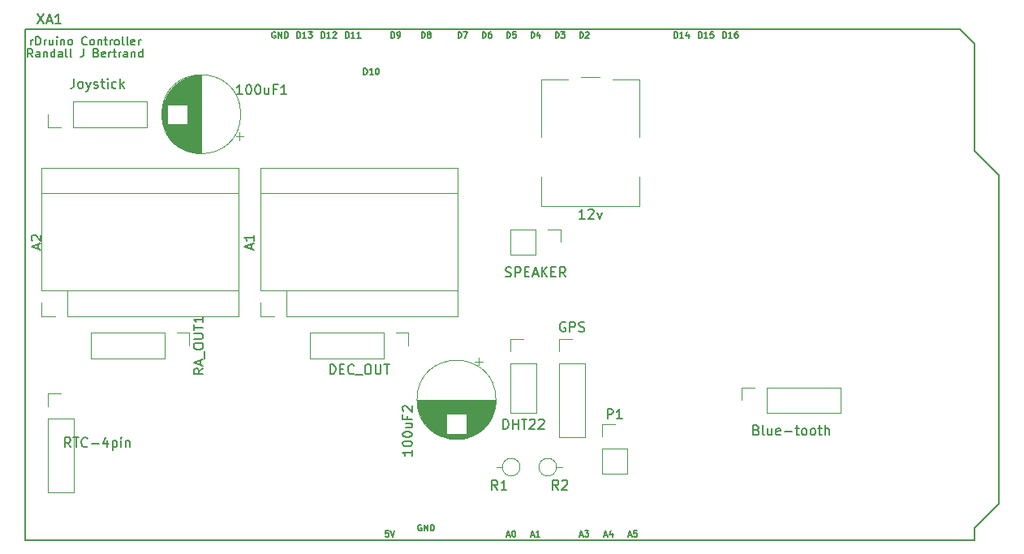
<source format=gbr>
%TF.GenerationSoftware,KiCad,Pcbnew,(5.1.8)-1*%
%TF.CreationDate,2020-12-31T21:19:08-05:00*%
%TF.ProjectId,rDuino,72447569-6e6f-42e6-9b69-6361645f7063,rev?*%
%TF.SameCoordinates,Original*%
%TF.FileFunction,Legend,Top*%
%TF.FilePolarity,Positive*%
%FSLAX46Y46*%
G04 Gerber Fmt 4.6, Leading zero omitted, Abs format (unit mm)*
G04 Created by KiCad (PCBNEW (5.1.8)-1) date 2020-12-31 21:19:08*
%MOMM*%
%LPD*%
G01*
G04 APERTURE LIST*
%ADD10C,0.158750*%
%ADD11C,0.152400*%
%ADD12C,0.150000*%
%ADD13C,0.120000*%
G04 APERTURE END LIST*
D10*
X89124971Y-76590676D02*
X88837104Y-76179438D01*
X88631485Y-76590676D02*
X88631485Y-75727076D01*
X88960476Y-75727076D01*
X89042723Y-75768200D01*
X89083847Y-75809323D01*
X89124971Y-75891571D01*
X89124971Y-76014942D01*
X89083847Y-76097190D01*
X89042723Y-76138314D01*
X88960476Y-76179438D01*
X88631485Y-76179438D01*
X89865200Y-76590676D02*
X89865200Y-76138314D01*
X89824076Y-76056066D01*
X89741828Y-76014942D01*
X89577333Y-76014942D01*
X89495085Y-76056066D01*
X89865200Y-76549552D02*
X89782952Y-76590676D01*
X89577333Y-76590676D01*
X89495085Y-76549552D01*
X89453961Y-76467304D01*
X89453961Y-76385057D01*
X89495085Y-76302809D01*
X89577333Y-76261685D01*
X89782952Y-76261685D01*
X89865200Y-76220561D01*
X90276438Y-76014942D02*
X90276438Y-76590676D01*
X90276438Y-76097190D02*
X90317561Y-76056066D01*
X90399809Y-76014942D01*
X90523180Y-76014942D01*
X90605428Y-76056066D01*
X90646552Y-76138314D01*
X90646552Y-76590676D01*
X91427904Y-76590676D02*
X91427904Y-75727076D01*
X91427904Y-76549552D02*
X91345657Y-76590676D01*
X91181161Y-76590676D01*
X91098914Y-76549552D01*
X91057790Y-76508428D01*
X91016666Y-76426180D01*
X91016666Y-76179438D01*
X91057790Y-76097190D01*
X91098914Y-76056066D01*
X91181161Y-76014942D01*
X91345657Y-76014942D01*
X91427904Y-76056066D01*
X92209257Y-76590676D02*
X92209257Y-76138314D01*
X92168133Y-76056066D01*
X92085885Y-76014942D01*
X91921390Y-76014942D01*
X91839142Y-76056066D01*
X92209257Y-76549552D02*
X92127009Y-76590676D01*
X91921390Y-76590676D01*
X91839142Y-76549552D01*
X91798019Y-76467304D01*
X91798019Y-76385057D01*
X91839142Y-76302809D01*
X91921390Y-76261685D01*
X92127009Y-76261685D01*
X92209257Y-76220561D01*
X92743866Y-76590676D02*
X92661619Y-76549552D01*
X92620495Y-76467304D01*
X92620495Y-75727076D01*
X93196228Y-76590676D02*
X93113980Y-76549552D01*
X93072857Y-76467304D01*
X93072857Y-75727076D01*
X94429942Y-75727076D02*
X94429942Y-76343933D01*
X94388819Y-76467304D01*
X94306571Y-76549552D01*
X94183200Y-76590676D01*
X94100952Y-76590676D01*
X95787028Y-76138314D02*
X95910400Y-76179438D01*
X95951523Y-76220561D01*
X95992647Y-76302809D01*
X95992647Y-76426180D01*
X95951523Y-76508428D01*
X95910400Y-76549552D01*
X95828152Y-76590676D01*
X95499161Y-76590676D01*
X95499161Y-75727076D01*
X95787028Y-75727076D01*
X95869276Y-75768200D01*
X95910400Y-75809323D01*
X95951523Y-75891571D01*
X95951523Y-75973819D01*
X95910400Y-76056066D01*
X95869276Y-76097190D01*
X95787028Y-76138314D01*
X95499161Y-76138314D01*
X96691752Y-76549552D02*
X96609504Y-76590676D01*
X96445009Y-76590676D01*
X96362761Y-76549552D01*
X96321638Y-76467304D01*
X96321638Y-76138314D01*
X96362761Y-76056066D01*
X96445009Y-76014942D01*
X96609504Y-76014942D01*
X96691752Y-76056066D01*
X96732876Y-76138314D01*
X96732876Y-76220561D01*
X96321638Y-76302809D01*
X97102990Y-76590676D02*
X97102990Y-76014942D01*
X97102990Y-76179438D02*
X97144114Y-76097190D01*
X97185238Y-76056066D01*
X97267485Y-76014942D01*
X97349733Y-76014942D01*
X97514228Y-76014942D02*
X97843219Y-76014942D01*
X97637600Y-75727076D02*
X97637600Y-76467304D01*
X97678723Y-76549552D01*
X97760971Y-76590676D01*
X97843219Y-76590676D01*
X98131085Y-76590676D02*
X98131085Y-76014942D01*
X98131085Y-76179438D02*
X98172209Y-76097190D01*
X98213333Y-76056066D01*
X98295580Y-76014942D01*
X98377828Y-76014942D01*
X99035809Y-76590676D02*
X99035809Y-76138314D01*
X98994685Y-76056066D01*
X98912438Y-76014942D01*
X98747942Y-76014942D01*
X98665695Y-76056066D01*
X99035809Y-76549552D02*
X98953561Y-76590676D01*
X98747942Y-76590676D01*
X98665695Y-76549552D01*
X98624571Y-76467304D01*
X98624571Y-76385057D01*
X98665695Y-76302809D01*
X98747942Y-76261685D01*
X98953561Y-76261685D01*
X99035809Y-76220561D01*
X99447047Y-76014942D02*
X99447047Y-76590676D01*
X99447047Y-76097190D02*
X99488171Y-76056066D01*
X99570419Y-76014942D01*
X99693790Y-76014942D01*
X99776038Y-76056066D01*
X99817161Y-76138314D01*
X99817161Y-76590676D01*
X100598514Y-76590676D02*
X100598514Y-75727076D01*
X100598514Y-76549552D02*
X100516266Y-76590676D01*
X100351771Y-76590676D01*
X100269523Y-76549552D01*
X100228400Y-76508428D01*
X100187276Y-76426180D01*
X100187276Y-76179438D01*
X100228400Y-76097190D01*
X100269523Y-76056066D01*
X100351771Y-76014942D01*
X100516266Y-76014942D01*
X100598514Y-76056066D01*
D11*
X88939914Y-75320676D02*
X88939914Y-74744942D01*
X88939914Y-74909438D02*
X88981038Y-74827190D01*
X89022161Y-74786066D01*
X89104409Y-74744942D01*
X89186657Y-74744942D01*
X89474523Y-75320676D02*
X89474523Y-74457076D01*
X89680142Y-74457076D01*
X89803514Y-74498200D01*
X89885761Y-74580447D01*
X89926885Y-74662695D01*
X89968009Y-74827190D01*
X89968009Y-74950561D01*
X89926885Y-75115057D01*
X89885761Y-75197304D01*
X89803514Y-75279552D01*
X89680142Y-75320676D01*
X89474523Y-75320676D01*
X90338123Y-75320676D02*
X90338123Y-74744942D01*
X90338123Y-74909438D02*
X90379247Y-74827190D01*
X90420371Y-74786066D01*
X90502619Y-74744942D01*
X90584866Y-74744942D01*
X91242847Y-74744942D02*
X91242847Y-75320676D01*
X90872733Y-74744942D02*
X90872733Y-75197304D01*
X90913857Y-75279552D01*
X90996104Y-75320676D01*
X91119476Y-75320676D01*
X91201723Y-75279552D01*
X91242847Y-75238428D01*
X91654085Y-75320676D02*
X91654085Y-74744942D01*
X91654085Y-74457076D02*
X91612961Y-74498200D01*
X91654085Y-74539323D01*
X91695209Y-74498200D01*
X91654085Y-74457076D01*
X91654085Y-74539323D01*
X92065323Y-74744942D02*
X92065323Y-75320676D01*
X92065323Y-74827190D02*
X92106447Y-74786066D01*
X92188695Y-74744942D01*
X92312066Y-74744942D01*
X92394314Y-74786066D01*
X92435438Y-74868314D01*
X92435438Y-75320676D01*
X92970047Y-75320676D02*
X92887800Y-75279552D01*
X92846676Y-75238428D01*
X92805552Y-75156180D01*
X92805552Y-74909438D01*
X92846676Y-74827190D01*
X92887800Y-74786066D01*
X92970047Y-74744942D01*
X93093419Y-74744942D01*
X93175666Y-74786066D01*
X93216790Y-74827190D01*
X93257914Y-74909438D01*
X93257914Y-75156180D01*
X93216790Y-75238428D01*
X93175666Y-75279552D01*
X93093419Y-75320676D01*
X92970047Y-75320676D01*
X94779495Y-75238428D02*
X94738371Y-75279552D01*
X94615000Y-75320676D01*
X94532752Y-75320676D01*
X94409380Y-75279552D01*
X94327133Y-75197304D01*
X94286009Y-75115057D01*
X94244885Y-74950561D01*
X94244885Y-74827190D01*
X94286009Y-74662695D01*
X94327133Y-74580447D01*
X94409380Y-74498200D01*
X94532752Y-74457076D01*
X94615000Y-74457076D01*
X94738371Y-74498200D01*
X94779495Y-74539323D01*
X95272980Y-75320676D02*
X95190733Y-75279552D01*
X95149609Y-75238428D01*
X95108485Y-75156180D01*
X95108485Y-74909438D01*
X95149609Y-74827190D01*
X95190733Y-74786066D01*
X95272980Y-74744942D01*
X95396352Y-74744942D01*
X95478600Y-74786066D01*
X95519723Y-74827190D01*
X95560847Y-74909438D01*
X95560847Y-75156180D01*
X95519723Y-75238428D01*
X95478600Y-75279552D01*
X95396352Y-75320676D01*
X95272980Y-75320676D01*
X95930961Y-74744942D02*
X95930961Y-75320676D01*
X95930961Y-74827190D02*
X95972085Y-74786066D01*
X96054333Y-74744942D01*
X96177704Y-74744942D01*
X96259952Y-74786066D01*
X96301076Y-74868314D01*
X96301076Y-75320676D01*
X96588942Y-74744942D02*
X96917933Y-74744942D01*
X96712314Y-74457076D02*
X96712314Y-75197304D01*
X96753438Y-75279552D01*
X96835685Y-75320676D01*
X96917933Y-75320676D01*
X97205800Y-75320676D02*
X97205800Y-74744942D01*
X97205800Y-74909438D02*
X97246923Y-74827190D01*
X97288047Y-74786066D01*
X97370295Y-74744942D01*
X97452542Y-74744942D01*
X97863780Y-75320676D02*
X97781533Y-75279552D01*
X97740409Y-75238428D01*
X97699285Y-75156180D01*
X97699285Y-74909438D01*
X97740409Y-74827190D01*
X97781533Y-74786066D01*
X97863780Y-74744942D01*
X97987152Y-74744942D01*
X98069400Y-74786066D01*
X98110523Y-74827190D01*
X98151647Y-74909438D01*
X98151647Y-75156180D01*
X98110523Y-75238428D01*
X98069400Y-75279552D01*
X97987152Y-75320676D01*
X97863780Y-75320676D01*
X98645133Y-75320676D02*
X98562885Y-75279552D01*
X98521761Y-75197304D01*
X98521761Y-74457076D01*
X99097495Y-75320676D02*
X99015247Y-75279552D01*
X98974123Y-75197304D01*
X98974123Y-74457076D01*
X99755476Y-75279552D02*
X99673228Y-75320676D01*
X99508733Y-75320676D01*
X99426485Y-75279552D01*
X99385361Y-75197304D01*
X99385361Y-74868314D01*
X99426485Y-74786066D01*
X99508733Y-74744942D01*
X99673228Y-74744942D01*
X99755476Y-74786066D01*
X99796600Y-74868314D01*
X99796600Y-74950561D01*
X99385361Y-75032809D01*
X100166714Y-75320676D02*
X100166714Y-74744942D01*
X100166714Y-74909438D02*
X100207838Y-74827190D01*
X100248961Y-74786066D01*
X100331209Y-74744942D01*
X100413457Y-74744942D01*
D10*
X161153928Y-74582261D02*
X161153928Y-73947261D01*
X161305119Y-73947261D01*
X161395833Y-73977500D01*
X161456309Y-74037976D01*
X161486547Y-74098452D01*
X161516785Y-74219404D01*
X161516785Y-74310119D01*
X161486547Y-74431071D01*
X161456309Y-74491547D01*
X161395833Y-74552023D01*
X161305119Y-74582261D01*
X161153928Y-74582261D01*
X162121547Y-74582261D02*
X161758690Y-74582261D01*
X161940119Y-74582261D02*
X161940119Y-73947261D01*
X161879642Y-74037976D01*
X161819166Y-74098452D01*
X161758690Y-74128690D01*
X162665833Y-73947261D02*
X162544880Y-73947261D01*
X162484404Y-73977500D01*
X162454166Y-74007738D01*
X162393690Y-74098452D01*
X162363452Y-74219404D01*
X162363452Y-74461309D01*
X162393690Y-74521785D01*
X162423928Y-74552023D01*
X162484404Y-74582261D01*
X162605357Y-74582261D01*
X162665833Y-74552023D01*
X162696071Y-74521785D01*
X162726309Y-74461309D01*
X162726309Y-74310119D01*
X162696071Y-74249642D01*
X162665833Y-74219404D01*
X162605357Y-74189166D01*
X162484404Y-74189166D01*
X162423928Y-74219404D01*
X162393690Y-74249642D01*
X162363452Y-74310119D01*
X158613928Y-74582261D02*
X158613928Y-73947261D01*
X158765119Y-73947261D01*
X158855833Y-73977500D01*
X158916309Y-74037976D01*
X158946547Y-74098452D01*
X158976785Y-74219404D01*
X158976785Y-74310119D01*
X158946547Y-74431071D01*
X158916309Y-74491547D01*
X158855833Y-74552023D01*
X158765119Y-74582261D01*
X158613928Y-74582261D01*
X159581547Y-74582261D02*
X159218690Y-74582261D01*
X159400119Y-74582261D02*
X159400119Y-73947261D01*
X159339642Y-74037976D01*
X159279166Y-74098452D01*
X159218690Y-74128690D01*
X160156071Y-73947261D02*
X159853690Y-73947261D01*
X159823452Y-74249642D01*
X159853690Y-74219404D01*
X159914166Y-74189166D01*
X160065357Y-74189166D01*
X160125833Y-74219404D01*
X160156071Y-74249642D01*
X160186309Y-74310119D01*
X160186309Y-74461309D01*
X160156071Y-74521785D01*
X160125833Y-74552023D01*
X160065357Y-74582261D01*
X159914166Y-74582261D01*
X159853690Y-74552023D01*
X159823452Y-74521785D01*
X156073928Y-74582261D02*
X156073928Y-73947261D01*
X156225119Y-73947261D01*
X156315833Y-73977500D01*
X156376309Y-74037976D01*
X156406547Y-74098452D01*
X156436785Y-74219404D01*
X156436785Y-74310119D01*
X156406547Y-74431071D01*
X156376309Y-74491547D01*
X156315833Y-74552023D01*
X156225119Y-74582261D01*
X156073928Y-74582261D01*
X157041547Y-74582261D02*
X156678690Y-74582261D01*
X156860119Y-74582261D02*
X156860119Y-73947261D01*
X156799642Y-74037976D01*
X156739166Y-74098452D01*
X156678690Y-74128690D01*
X157585833Y-74158928D02*
X157585833Y-74582261D01*
X157434642Y-73917023D02*
X157283452Y-74370595D01*
X157676547Y-74370595D01*
X146216309Y-74582261D02*
X146216309Y-73947261D01*
X146367500Y-73947261D01*
X146458214Y-73977500D01*
X146518690Y-74037976D01*
X146548928Y-74098452D01*
X146579166Y-74219404D01*
X146579166Y-74310119D01*
X146548928Y-74431071D01*
X146518690Y-74491547D01*
X146458214Y-74552023D01*
X146367500Y-74582261D01*
X146216309Y-74582261D01*
X146821071Y-74007738D02*
X146851309Y-73977500D01*
X146911785Y-73947261D01*
X147062976Y-73947261D01*
X147123452Y-73977500D01*
X147153690Y-74007738D01*
X147183928Y-74068214D01*
X147183928Y-74128690D01*
X147153690Y-74219404D01*
X146790833Y-74582261D01*
X147183928Y-74582261D01*
X143676309Y-74582261D02*
X143676309Y-73947261D01*
X143827500Y-73947261D01*
X143918214Y-73977500D01*
X143978690Y-74037976D01*
X144008928Y-74098452D01*
X144039166Y-74219404D01*
X144039166Y-74310119D01*
X144008928Y-74431071D01*
X143978690Y-74491547D01*
X143918214Y-74552023D01*
X143827500Y-74582261D01*
X143676309Y-74582261D01*
X144250833Y-73947261D02*
X144643928Y-73947261D01*
X144432261Y-74189166D01*
X144522976Y-74189166D01*
X144583452Y-74219404D01*
X144613690Y-74249642D01*
X144643928Y-74310119D01*
X144643928Y-74461309D01*
X144613690Y-74521785D01*
X144583452Y-74552023D01*
X144522976Y-74582261D01*
X144341547Y-74582261D01*
X144281071Y-74552023D01*
X144250833Y-74521785D01*
X141136309Y-74582261D02*
X141136309Y-73947261D01*
X141287500Y-73947261D01*
X141378214Y-73977500D01*
X141438690Y-74037976D01*
X141468928Y-74098452D01*
X141499166Y-74219404D01*
X141499166Y-74310119D01*
X141468928Y-74431071D01*
X141438690Y-74491547D01*
X141378214Y-74552023D01*
X141287500Y-74582261D01*
X141136309Y-74582261D01*
X142043452Y-74158928D02*
X142043452Y-74582261D01*
X141892261Y-73917023D02*
X141741071Y-74370595D01*
X142134166Y-74370595D01*
X138596309Y-74582261D02*
X138596309Y-73947261D01*
X138747500Y-73947261D01*
X138838214Y-73977500D01*
X138898690Y-74037976D01*
X138928928Y-74098452D01*
X138959166Y-74219404D01*
X138959166Y-74310119D01*
X138928928Y-74431071D01*
X138898690Y-74491547D01*
X138838214Y-74552023D01*
X138747500Y-74582261D01*
X138596309Y-74582261D01*
X139533690Y-73947261D02*
X139231309Y-73947261D01*
X139201071Y-74249642D01*
X139231309Y-74219404D01*
X139291785Y-74189166D01*
X139442976Y-74189166D01*
X139503452Y-74219404D01*
X139533690Y-74249642D01*
X139563928Y-74310119D01*
X139563928Y-74461309D01*
X139533690Y-74521785D01*
X139503452Y-74552023D01*
X139442976Y-74582261D01*
X139291785Y-74582261D01*
X139231309Y-74552023D01*
X139201071Y-74521785D01*
X136056309Y-74582261D02*
X136056309Y-73947261D01*
X136207500Y-73947261D01*
X136298214Y-73977500D01*
X136358690Y-74037976D01*
X136388928Y-74098452D01*
X136419166Y-74219404D01*
X136419166Y-74310119D01*
X136388928Y-74431071D01*
X136358690Y-74491547D01*
X136298214Y-74552023D01*
X136207500Y-74582261D01*
X136056309Y-74582261D01*
X136963452Y-73947261D02*
X136842500Y-73947261D01*
X136782023Y-73977500D01*
X136751785Y-74007738D01*
X136691309Y-74098452D01*
X136661071Y-74219404D01*
X136661071Y-74461309D01*
X136691309Y-74521785D01*
X136721547Y-74552023D01*
X136782023Y-74582261D01*
X136902976Y-74582261D01*
X136963452Y-74552023D01*
X136993690Y-74521785D01*
X137023928Y-74461309D01*
X137023928Y-74310119D01*
X136993690Y-74249642D01*
X136963452Y-74219404D01*
X136902976Y-74189166D01*
X136782023Y-74189166D01*
X136721547Y-74219404D01*
X136691309Y-74249642D01*
X136661071Y-74310119D01*
X133516309Y-74582261D02*
X133516309Y-73947261D01*
X133667500Y-73947261D01*
X133758214Y-73977500D01*
X133818690Y-74037976D01*
X133848928Y-74098452D01*
X133879166Y-74219404D01*
X133879166Y-74310119D01*
X133848928Y-74431071D01*
X133818690Y-74491547D01*
X133758214Y-74552023D01*
X133667500Y-74582261D01*
X133516309Y-74582261D01*
X134090833Y-73947261D02*
X134514166Y-73947261D01*
X134242023Y-74582261D01*
X129706309Y-74582261D02*
X129706309Y-73947261D01*
X129857500Y-73947261D01*
X129948214Y-73977500D01*
X130008690Y-74037976D01*
X130038928Y-74098452D01*
X130069166Y-74219404D01*
X130069166Y-74310119D01*
X130038928Y-74431071D01*
X130008690Y-74491547D01*
X129948214Y-74552023D01*
X129857500Y-74582261D01*
X129706309Y-74582261D01*
X130432023Y-74219404D02*
X130371547Y-74189166D01*
X130341309Y-74158928D01*
X130311071Y-74098452D01*
X130311071Y-74068214D01*
X130341309Y-74007738D01*
X130371547Y-73977500D01*
X130432023Y-73947261D01*
X130552976Y-73947261D01*
X130613452Y-73977500D01*
X130643690Y-74007738D01*
X130673928Y-74068214D01*
X130673928Y-74098452D01*
X130643690Y-74158928D01*
X130613452Y-74189166D01*
X130552976Y-74219404D01*
X130432023Y-74219404D01*
X130371547Y-74249642D01*
X130341309Y-74279880D01*
X130311071Y-74340357D01*
X130311071Y-74461309D01*
X130341309Y-74521785D01*
X130371547Y-74552023D01*
X130432023Y-74582261D01*
X130552976Y-74582261D01*
X130613452Y-74552023D01*
X130643690Y-74521785D01*
X130673928Y-74461309D01*
X130673928Y-74340357D01*
X130643690Y-74279880D01*
X130613452Y-74249642D01*
X130552976Y-74219404D01*
X126531309Y-74582261D02*
X126531309Y-73947261D01*
X126682500Y-73947261D01*
X126773214Y-73977500D01*
X126833690Y-74037976D01*
X126863928Y-74098452D01*
X126894166Y-74219404D01*
X126894166Y-74310119D01*
X126863928Y-74431071D01*
X126833690Y-74491547D01*
X126773214Y-74552023D01*
X126682500Y-74582261D01*
X126531309Y-74582261D01*
X127196547Y-74582261D02*
X127317500Y-74582261D01*
X127377976Y-74552023D01*
X127408214Y-74521785D01*
X127468690Y-74431071D01*
X127498928Y-74310119D01*
X127498928Y-74068214D01*
X127468690Y-74007738D01*
X127438452Y-73977500D01*
X127377976Y-73947261D01*
X127257023Y-73947261D01*
X127196547Y-73977500D01*
X127166309Y-74007738D01*
X127136071Y-74068214D01*
X127136071Y-74219404D01*
X127166309Y-74279880D01*
X127196547Y-74310119D01*
X127257023Y-74340357D01*
X127377976Y-74340357D01*
X127438452Y-74310119D01*
X127468690Y-74279880D01*
X127498928Y-74219404D01*
X123688928Y-78392261D02*
X123688928Y-77757261D01*
X123840119Y-77757261D01*
X123930833Y-77787500D01*
X123991309Y-77847976D01*
X124021547Y-77908452D01*
X124051785Y-78029404D01*
X124051785Y-78120119D01*
X124021547Y-78241071D01*
X123991309Y-78301547D01*
X123930833Y-78362023D01*
X123840119Y-78392261D01*
X123688928Y-78392261D01*
X124656547Y-78392261D02*
X124293690Y-78392261D01*
X124475119Y-78392261D02*
X124475119Y-77757261D01*
X124414642Y-77847976D01*
X124354166Y-77908452D01*
X124293690Y-77938690D01*
X125049642Y-77757261D02*
X125110119Y-77757261D01*
X125170595Y-77787500D01*
X125200833Y-77817738D01*
X125231071Y-77878214D01*
X125261309Y-77999166D01*
X125261309Y-78150357D01*
X125231071Y-78271309D01*
X125200833Y-78331785D01*
X125170595Y-78362023D01*
X125110119Y-78392261D01*
X125049642Y-78392261D01*
X124989166Y-78362023D01*
X124958928Y-78331785D01*
X124928690Y-78271309D01*
X124898452Y-78150357D01*
X124898452Y-77999166D01*
X124928690Y-77878214D01*
X124958928Y-77817738D01*
X124989166Y-77787500D01*
X125049642Y-77757261D01*
X121783928Y-74582261D02*
X121783928Y-73947261D01*
X121935119Y-73947261D01*
X122025833Y-73977500D01*
X122086309Y-74037976D01*
X122116547Y-74098452D01*
X122146785Y-74219404D01*
X122146785Y-74310119D01*
X122116547Y-74431071D01*
X122086309Y-74491547D01*
X122025833Y-74552023D01*
X121935119Y-74582261D01*
X121783928Y-74582261D01*
X122751547Y-74582261D02*
X122388690Y-74582261D01*
X122570119Y-74582261D02*
X122570119Y-73947261D01*
X122509642Y-74037976D01*
X122449166Y-74098452D01*
X122388690Y-74128690D01*
X123356309Y-74582261D02*
X122993452Y-74582261D01*
X123174880Y-74582261D02*
X123174880Y-73947261D01*
X123114404Y-74037976D01*
X123053928Y-74098452D01*
X122993452Y-74128690D01*
X119243928Y-74582261D02*
X119243928Y-73947261D01*
X119395119Y-73947261D01*
X119485833Y-73977500D01*
X119546309Y-74037976D01*
X119576547Y-74098452D01*
X119606785Y-74219404D01*
X119606785Y-74310119D01*
X119576547Y-74431071D01*
X119546309Y-74491547D01*
X119485833Y-74552023D01*
X119395119Y-74582261D01*
X119243928Y-74582261D01*
X120211547Y-74582261D02*
X119848690Y-74582261D01*
X120030119Y-74582261D02*
X120030119Y-73947261D01*
X119969642Y-74037976D01*
X119909166Y-74098452D01*
X119848690Y-74128690D01*
X120453452Y-74007738D02*
X120483690Y-73977500D01*
X120544166Y-73947261D01*
X120695357Y-73947261D01*
X120755833Y-73977500D01*
X120786071Y-74007738D01*
X120816309Y-74068214D01*
X120816309Y-74128690D01*
X120786071Y-74219404D01*
X120423214Y-74582261D01*
X120816309Y-74582261D01*
X116703928Y-74582261D02*
X116703928Y-73947261D01*
X116855119Y-73947261D01*
X116945833Y-73977500D01*
X117006309Y-74037976D01*
X117036547Y-74098452D01*
X117066785Y-74219404D01*
X117066785Y-74310119D01*
X117036547Y-74431071D01*
X117006309Y-74491547D01*
X116945833Y-74552023D01*
X116855119Y-74582261D01*
X116703928Y-74582261D01*
X117671547Y-74582261D02*
X117308690Y-74582261D01*
X117490119Y-74582261D02*
X117490119Y-73947261D01*
X117429642Y-74037976D01*
X117369166Y-74098452D01*
X117308690Y-74128690D01*
X117883214Y-73947261D02*
X118276309Y-73947261D01*
X118064642Y-74189166D01*
X118155357Y-74189166D01*
X118215833Y-74219404D01*
X118246071Y-74249642D01*
X118276309Y-74310119D01*
X118276309Y-74461309D01*
X118246071Y-74521785D01*
X118215833Y-74552023D01*
X118155357Y-74582261D01*
X117973928Y-74582261D01*
X117913452Y-74552023D01*
X117883214Y-74521785D01*
X114451190Y-73977500D02*
X114390714Y-73947261D01*
X114300000Y-73947261D01*
X114209285Y-73977500D01*
X114148809Y-74037976D01*
X114118571Y-74098452D01*
X114088333Y-74219404D01*
X114088333Y-74310119D01*
X114118571Y-74431071D01*
X114148809Y-74491547D01*
X114209285Y-74552023D01*
X114300000Y-74582261D01*
X114360476Y-74582261D01*
X114451190Y-74552023D01*
X114481428Y-74521785D01*
X114481428Y-74310119D01*
X114360476Y-74310119D01*
X114753571Y-74582261D02*
X114753571Y-73947261D01*
X115116428Y-74582261D01*
X115116428Y-73947261D01*
X115418809Y-74582261D02*
X115418809Y-73947261D01*
X115570000Y-73947261D01*
X115660714Y-73977500D01*
X115721190Y-74037976D01*
X115751428Y-74098452D01*
X115781666Y-74219404D01*
X115781666Y-74310119D01*
X115751428Y-74431071D01*
X115721190Y-74491547D01*
X115660714Y-74552023D01*
X115570000Y-74582261D01*
X115418809Y-74582261D01*
X151311428Y-126470833D02*
X151613809Y-126470833D01*
X151250952Y-126652261D02*
X151462619Y-126017261D01*
X151674285Y-126652261D01*
X152188333Y-126017261D02*
X151885952Y-126017261D01*
X151855714Y-126319642D01*
X151885952Y-126289404D01*
X151946428Y-126259166D01*
X152097619Y-126259166D01*
X152158095Y-126289404D01*
X152188333Y-126319642D01*
X152218571Y-126380119D01*
X152218571Y-126531309D01*
X152188333Y-126591785D01*
X152158095Y-126622023D01*
X152097619Y-126652261D01*
X151946428Y-126652261D01*
X151885952Y-126622023D01*
X151855714Y-126591785D01*
X148771428Y-126470833D02*
X149073809Y-126470833D01*
X148710952Y-126652261D02*
X148922619Y-126017261D01*
X149134285Y-126652261D01*
X149618095Y-126228928D02*
X149618095Y-126652261D01*
X149466904Y-125987023D02*
X149315714Y-126440595D01*
X149708809Y-126440595D01*
X146231428Y-126470833D02*
X146533809Y-126470833D01*
X146170952Y-126652261D02*
X146382619Y-126017261D01*
X146594285Y-126652261D01*
X146745476Y-126017261D02*
X147138571Y-126017261D01*
X146926904Y-126259166D01*
X147017619Y-126259166D01*
X147078095Y-126289404D01*
X147108333Y-126319642D01*
X147138571Y-126380119D01*
X147138571Y-126531309D01*
X147108333Y-126591785D01*
X147078095Y-126622023D01*
X147017619Y-126652261D01*
X146836190Y-126652261D01*
X146775714Y-126622023D01*
X146745476Y-126591785D01*
X141151428Y-126470833D02*
X141453809Y-126470833D01*
X141090952Y-126652261D02*
X141302619Y-126017261D01*
X141514285Y-126652261D01*
X142058571Y-126652261D02*
X141695714Y-126652261D01*
X141877142Y-126652261D02*
X141877142Y-126017261D01*
X141816666Y-126107976D01*
X141756190Y-126168452D01*
X141695714Y-126198690D01*
X138611428Y-126470833D02*
X138913809Y-126470833D01*
X138550952Y-126652261D02*
X138762619Y-126017261D01*
X138974285Y-126652261D01*
X139306904Y-126017261D02*
X139367380Y-126017261D01*
X139427857Y-126047500D01*
X139458095Y-126077738D01*
X139488333Y-126138214D01*
X139518571Y-126259166D01*
X139518571Y-126410357D01*
X139488333Y-126531309D01*
X139458095Y-126591785D01*
X139427857Y-126622023D01*
X139367380Y-126652261D01*
X139306904Y-126652261D01*
X139246428Y-126622023D01*
X139216190Y-126591785D01*
X139185952Y-126531309D01*
X139155714Y-126410357D01*
X139155714Y-126259166D01*
X139185952Y-126138214D01*
X139216190Y-126077738D01*
X139246428Y-126047500D01*
X139306904Y-126017261D01*
X126244047Y-126017261D02*
X125941666Y-126017261D01*
X125911428Y-126319642D01*
X125941666Y-126289404D01*
X126002142Y-126259166D01*
X126153333Y-126259166D01*
X126213809Y-126289404D01*
X126244047Y-126319642D01*
X126274285Y-126380119D01*
X126274285Y-126531309D01*
X126244047Y-126591785D01*
X126213809Y-126622023D01*
X126153333Y-126652261D01*
X126002142Y-126652261D01*
X125941666Y-126622023D01*
X125911428Y-126591785D01*
X126455714Y-126017261D02*
X126667380Y-126652261D01*
X126879047Y-126017261D01*
X129691190Y-125412500D02*
X129630714Y-125382261D01*
X129540000Y-125382261D01*
X129449285Y-125412500D01*
X129388809Y-125472976D01*
X129358571Y-125533452D01*
X129328333Y-125654404D01*
X129328333Y-125745119D01*
X129358571Y-125866071D01*
X129388809Y-125926547D01*
X129449285Y-125987023D01*
X129540000Y-126017261D01*
X129600476Y-126017261D01*
X129691190Y-125987023D01*
X129721428Y-125956785D01*
X129721428Y-125745119D01*
X129600476Y-125745119D01*
X129993571Y-126017261D02*
X129993571Y-125382261D01*
X130356428Y-126017261D01*
X130356428Y-125382261D01*
X130658809Y-126017261D02*
X130658809Y-125382261D01*
X130810000Y-125382261D01*
X130900714Y-125412500D01*
X130961190Y-125472976D01*
X130991428Y-125533452D01*
X131021666Y-125654404D01*
X131021666Y-125745119D01*
X130991428Y-125866071D01*
X130961190Y-125926547D01*
X130900714Y-125987023D01*
X130810000Y-126017261D01*
X130658809Y-126017261D01*
D12*
%TO.C,XA1*%
X88340001Y-73660000D02*
X88340001Y-127000000D01*
X187400001Y-86360000D02*
X187400001Y-75184000D01*
X189940001Y-88900000D02*
X187400001Y-86360000D01*
X189940001Y-123190000D02*
X189940001Y-88900000D01*
X187400001Y-125730000D02*
X189940001Y-123190000D01*
X187400001Y-127000000D02*
X187400001Y-125730000D01*
X185876001Y-73660000D02*
X187400001Y-75184000D01*
X88340001Y-127000000D02*
X187400001Y-127000000D01*
X88340001Y-73660000D02*
X185876001Y-73660000D01*
D13*
%TO.C,J1*%
X142210000Y-84960000D02*
X142210000Y-78900000D01*
X142210000Y-78900000D02*
X145020000Y-78900000D01*
X149620000Y-78900000D02*
X152430000Y-78900000D01*
X152430000Y-78900000D02*
X152430000Y-84960000D01*
X152430000Y-89060000D02*
X152430000Y-92120000D01*
X152430000Y-92120000D02*
X142210000Y-92120000D01*
X142210000Y-92120000D02*
X142210000Y-89060000D01*
X146320000Y-78710000D02*
X148320000Y-78710000D01*
%TO.C,A1*%
X112900000Y-90805000D02*
X133480000Y-90805000D01*
X115570000Y-100965000D02*
X133480000Y-100965000D01*
X112900000Y-102235000D02*
X112900000Y-103635000D01*
X112900000Y-103635000D02*
X114300000Y-103635000D01*
X112900000Y-100965000D02*
X115570000Y-100965000D01*
X115570000Y-100965000D02*
X115570000Y-103635000D01*
X115570000Y-103635000D02*
X133480000Y-103635000D01*
X133480000Y-103635000D02*
X133480000Y-88135000D01*
X133480000Y-88135000D02*
X112900000Y-88135000D01*
X112900000Y-88135000D02*
X112900000Y-100965000D01*
%TO.C,A2*%
X90040000Y-88135000D02*
X90040000Y-100965000D01*
X110620000Y-88135000D02*
X90040000Y-88135000D01*
X110620000Y-103635000D02*
X110620000Y-88135000D01*
X92710000Y-103635000D02*
X110620000Y-103635000D01*
X92710000Y-100965000D02*
X92710000Y-103635000D01*
X90040000Y-100965000D02*
X92710000Y-100965000D01*
X90040000Y-103635000D02*
X91440000Y-103635000D01*
X90040000Y-102235000D02*
X90040000Y-103635000D01*
X92710000Y-100965000D02*
X110620000Y-100965000D01*
X90040000Y-90805000D02*
X110620000Y-90805000D01*
%TO.C,P2*%
X144085000Y-105985000D02*
X145415000Y-105985000D01*
X144085000Y-107315000D02*
X144085000Y-105985000D01*
X144085000Y-108585000D02*
X146745000Y-108585000D01*
X146745000Y-108585000D02*
X146745000Y-116265000D01*
X144085000Y-108585000D02*
X144085000Y-116265000D01*
X144085000Y-116265000D02*
X146745000Y-116265000D01*
%TO.C,P3*%
X90745000Y-83880000D02*
X90745000Y-82550000D01*
X92075000Y-83880000D02*
X90745000Y-83880000D01*
X93345000Y-83880000D02*
X93345000Y-81220000D01*
X93345000Y-81220000D02*
X101025000Y-81220000D01*
X93345000Y-83880000D02*
X101025000Y-83880000D01*
X101025000Y-83880000D02*
X101025000Y-81220000D01*
%TO.C,P4*%
X90745000Y-121980000D02*
X93405000Y-121980000D01*
X90745000Y-114300000D02*
X90745000Y-121980000D01*
X93405000Y-114300000D02*
X93405000Y-121980000D01*
X90745000Y-114300000D02*
X93405000Y-114300000D01*
X90745000Y-113030000D02*
X90745000Y-111700000D01*
X90745000Y-111700000D02*
X92075000Y-111700000D01*
%TO.C,DEC_OUT1*%
X118050000Y-105350000D02*
X118050000Y-108010000D01*
X125730000Y-105350000D02*
X118050000Y-105350000D01*
X125730000Y-108010000D02*
X118050000Y-108010000D01*
X125730000Y-105350000D02*
X125730000Y-108010000D01*
X127000000Y-105350000D02*
X128330000Y-105350000D01*
X128330000Y-105350000D02*
X128330000Y-106680000D01*
%TO.C,P9*%
X144205000Y-94555000D02*
X144205000Y-95885000D01*
X142875000Y-94555000D02*
X144205000Y-94555000D01*
X141605000Y-94555000D02*
X141605000Y-97215000D01*
X141605000Y-97215000D02*
X139005000Y-97215000D01*
X141605000Y-94555000D02*
X139005000Y-94555000D01*
X139005000Y-94555000D02*
X139005000Y-97215000D01*
%TO.C,P5*%
X163135000Y-112395000D02*
X163135000Y-111065000D01*
X163135000Y-111065000D02*
X164465000Y-111065000D01*
X165735000Y-111065000D02*
X173415000Y-111065000D01*
X173415000Y-113725000D02*
X173415000Y-111065000D01*
X165735000Y-113725000D02*
X173415000Y-113725000D01*
X165735000Y-113725000D02*
X165735000Y-111065000D01*
%TO.C,R1*%
X138145000Y-119380000D02*
X137525000Y-119380000D01*
X139985000Y-119380000D02*
G75*
G03*
X139985000Y-119380000I-920000J0D01*
G01*
%TO.C,R2*%
X143795000Y-119380000D02*
G75*
G03*
X143795000Y-119380000I-920000J0D01*
G01*
X143795000Y-119380000D02*
X144415000Y-119380000D01*
%TO.C,P6*%
X139005000Y-113725000D02*
X141665000Y-113725000D01*
X139005000Y-108585000D02*
X139005000Y-113725000D01*
X141665000Y-108585000D02*
X141665000Y-113725000D01*
X139005000Y-108585000D02*
X141665000Y-108585000D01*
X139005000Y-107315000D02*
X139005000Y-105985000D01*
X139005000Y-105985000D02*
X140335000Y-105985000D01*
%TO.C,100uF1*%
X110729698Y-85265000D02*
X110729698Y-84465000D01*
X111129698Y-84865000D02*
X110329698Y-84865000D01*
X102639000Y-83083000D02*
X102639000Y-82017000D01*
X102679000Y-83318000D02*
X102679000Y-81782000D01*
X102719000Y-83498000D02*
X102719000Y-81602000D01*
X102759000Y-83648000D02*
X102759000Y-81452000D01*
X102799000Y-83779000D02*
X102799000Y-81321000D01*
X102839000Y-83896000D02*
X102839000Y-81204000D01*
X102879000Y-84003000D02*
X102879000Y-81097000D01*
X102919000Y-84102000D02*
X102919000Y-80998000D01*
X102959000Y-84195000D02*
X102959000Y-80905000D01*
X102999000Y-84281000D02*
X102999000Y-80819000D01*
X103039000Y-84363000D02*
X103039000Y-80737000D01*
X103079000Y-84440000D02*
X103079000Y-80660000D01*
X103119000Y-84514000D02*
X103119000Y-80586000D01*
X103159000Y-84584000D02*
X103159000Y-80516000D01*
X103199000Y-81510000D02*
X103199000Y-80448000D01*
X103199000Y-84652000D02*
X103199000Y-83590000D01*
X103239000Y-81510000D02*
X103239000Y-80384000D01*
X103239000Y-84716000D02*
X103239000Y-83590000D01*
X103279000Y-81510000D02*
X103279000Y-80322000D01*
X103279000Y-84778000D02*
X103279000Y-83590000D01*
X103319000Y-81510000D02*
X103319000Y-80263000D01*
X103319000Y-84837000D02*
X103319000Y-83590000D01*
X103359000Y-81510000D02*
X103359000Y-80205000D01*
X103359000Y-84895000D02*
X103359000Y-83590000D01*
X103399000Y-81510000D02*
X103399000Y-80150000D01*
X103399000Y-84950000D02*
X103399000Y-83590000D01*
X103439000Y-81510000D02*
X103439000Y-80096000D01*
X103439000Y-85004000D02*
X103439000Y-83590000D01*
X103479000Y-81510000D02*
X103479000Y-80045000D01*
X103479000Y-85055000D02*
X103479000Y-83590000D01*
X103519000Y-81510000D02*
X103519000Y-79994000D01*
X103519000Y-85106000D02*
X103519000Y-83590000D01*
X103559000Y-81510000D02*
X103559000Y-79946000D01*
X103559000Y-85154000D02*
X103559000Y-83590000D01*
X103599000Y-81510000D02*
X103599000Y-79899000D01*
X103599000Y-85201000D02*
X103599000Y-83590000D01*
X103639000Y-81510000D02*
X103639000Y-79853000D01*
X103639000Y-85247000D02*
X103639000Y-83590000D01*
X103679000Y-81510000D02*
X103679000Y-79809000D01*
X103679000Y-85291000D02*
X103679000Y-83590000D01*
X103719000Y-81510000D02*
X103719000Y-79766000D01*
X103719000Y-85334000D02*
X103719000Y-83590000D01*
X103759000Y-81510000D02*
X103759000Y-79724000D01*
X103759000Y-85376000D02*
X103759000Y-83590000D01*
X103799000Y-81510000D02*
X103799000Y-79683000D01*
X103799000Y-85417000D02*
X103799000Y-83590000D01*
X103839000Y-81510000D02*
X103839000Y-79643000D01*
X103839000Y-85457000D02*
X103839000Y-83590000D01*
X103879000Y-81510000D02*
X103879000Y-79605000D01*
X103879000Y-85495000D02*
X103879000Y-83590000D01*
X103919000Y-81510000D02*
X103919000Y-79567000D01*
X103919000Y-85533000D02*
X103919000Y-83590000D01*
X103959000Y-81510000D02*
X103959000Y-79531000D01*
X103959000Y-85569000D02*
X103959000Y-83590000D01*
X103999000Y-81510000D02*
X103999000Y-79495000D01*
X103999000Y-85605000D02*
X103999000Y-83590000D01*
X104039000Y-81510000D02*
X104039000Y-79460000D01*
X104039000Y-85640000D02*
X104039000Y-83590000D01*
X104079000Y-81510000D02*
X104079000Y-79426000D01*
X104079000Y-85674000D02*
X104079000Y-83590000D01*
X104119000Y-81510000D02*
X104119000Y-79394000D01*
X104119000Y-85706000D02*
X104119000Y-83590000D01*
X104159000Y-81510000D02*
X104159000Y-79361000D01*
X104159000Y-85739000D02*
X104159000Y-83590000D01*
X104199000Y-81510000D02*
X104199000Y-79330000D01*
X104199000Y-85770000D02*
X104199000Y-83590000D01*
X104239000Y-81510000D02*
X104239000Y-79300000D01*
X104239000Y-85800000D02*
X104239000Y-83590000D01*
X104279000Y-81510000D02*
X104279000Y-79270000D01*
X104279000Y-85830000D02*
X104279000Y-83590000D01*
X104319000Y-81510000D02*
X104319000Y-79241000D01*
X104319000Y-85859000D02*
X104319000Y-83590000D01*
X104359000Y-81510000D02*
X104359000Y-79212000D01*
X104359000Y-85888000D02*
X104359000Y-83590000D01*
X104399000Y-81510000D02*
X104399000Y-79185000D01*
X104399000Y-85915000D02*
X104399000Y-83590000D01*
X104439000Y-81510000D02*
X104439000Y-79158000D01*
X104439000Y-85942000D02*
X104439000Y-83590000D01*
X104479000Y-81510000D02*
X104479000Y-79132000D01*
X104479000Y-85968000D02*
X104479000Y-83590000D01*
X104519000Y-81510000D02*
X104519000Y-79106000D01*
X104519000Y-85994000D02*
X104519000Y-83590000D01*
X104559000Y-81510000D02*
X104559000Y-79081000D01*
X104559000Y-86019000D02*
X104559000Y-83590000D01*
X104599000Y-81510000D02*
X104599000Y-79057000D01*
X104599000Y-86043000D02*
X104599000Y-83590000D01*
X104639000Y-81510000D02*
X104639000Y-79033000D01*
X104639000Y-86067000D02*
X104639000Y-83590000D01*
X104679000Y-81510000D02*
X104679000Y-79010000D01*
X104679000Y-86090000D02*
X104679000Y-83590000D01*
X104719000Y-81510000D02*
X104719000Y-78988000D01*
X104719000Y-86112000D02*
X104719000Y-83590000D01*
X104759000Y-81510000D02*
X104759000Y-78966000D01*
X104759000Y-86134000D02*
X104759000Y-83590000D01*
X104799000Y-81510000D02*
X104799000Y-78944000D01*
X104799000Y-86156000D02*
X104799000Y-83590000D01*
X104839000Y-81510000D02*
X104839000Y-78923000D01*
X104839000Y-86177000D02*
X104839000Y-83590000D01*
X104879000Y-81510000D02*
X104879000Y-78903000D01*
X104879000Y-86197000D02*
X104879000Y-83590000D01*
X104919000Y-81510000D02*
X104919000Y-78884000D01*
X104919000Y-86216000D02*
X104919000Y-83590000D01*
X104959000Y-81510000D02*
X104959000Y-78864000D01*
X104959000Y-86236000D02*
X104959000Y-83590000D01*
X104999000Y-81510000D02*
X104999000Y-78846000D01*
X104999000Y-86254000D02*
X104999000Y-83590000D01*
X105039000Y-81510000D02*
X105039000Y-78828000D01*
X105039000Y-86272000D02*
X105039000Y-83590000D01*
X105079000Y-81510000D02*
X105079000Y-78810000D01*
X105079000Y-86290000D02*
X105079000Y-83590000D01*
X105119000Y-81510000D02*
X105119000Y-78793000D01*
X105119000Y-86307000D02*
X105119000Y-83590000D01*
X105159000Y-81510000D02*
X105159000Y-78776000D01*
X105159000Y-86324000D02*
X105159000Y-83590000D01*
X105199000Y-81510000D02*
X105199000Y-78760000D01*
X105199000Y-86340000D02*
X105199000Y-83590000D01*
X105239000Y-81510000D02*
X105239000Y-78745000D01*
X105239000Y-86355000D02*
X105239000Y-83590000D01*
X105279000Y-86371000D02*
X105279000Y-78729000D01*
X105319000Y-86385000D02*
X105319000Y-78715000D01*
X105359000Y-86400000D02*
X105359000Y-78700000D01*
X105399000Y-86413000D02*
X105399000Y-78687000D01*
X105439000Y-86427000D02*
X105439000Y-78673000D01*
X105479000Y-86439000D02*
X105479000Y-78661000D01*
X105519000Y-86452000D02*
X105519000Y-78648000D01*
X105559000Y-86464000D02*
X105559000Y-78636000D01*
X105599000Y-86475000D02*
X105599000Y-78625000D01*
X105639000Y-86486000D02*
X105639000Y-78614000D01*
X105679000Y-86497000D02*
X105679000Y-78603000D01*
X105719000Y-86507000D02*
X105719000Y-78593000D01*
X105759000Y-86517000D02*
X105759000Y-78583000D01*
X105799000Y-86526000D02*
X105799000Y-78574000D01*
X105839000Y-86535000D02*
X105839000Y-78565000D01*
X105879000Y-86544000D02*
X105879000Y-78556000D01*
X105919000Y-86552000D02*
X105919000Y-78548000D01*
X105959000Y-86560000D02*
X105959000Y-78540000D01*
X105999000Y-86567000D02*
X105999000Y-78533000D01*
X106040000Y-86574000D02*
X106040000Y-78526000D01*
X106080000Y-86580000D02*
X106080000Y-78520000D01*
X106120000Y-86587000D02*
X106120000Y-78513000D01*
X106160000Y-86592000D02*
X106160000Y-78508000D01*
X106200000Y-86598000D02*
X106200000Y-78502000D01*
X106240000Y-86602000D02*
X106240000Y-78498000D01*
X106280000Y-86607000D02*
X106280000Y-78493000D01*
X106320000Y-86611000D02*
X106320000Y-78489000D01*
X106360000Y-86615000D02*
X106360000Y-78485000D01*
X106400000Y-86618000D02*
X106400000Y-78482000D01*
X106440000Y-86621000D02*
X106440000Y-78479000D01*
X106480000Y-86624000D02*
X106480000Y-78476000D01*
X106520000Y-86626000D02*
X106520000Y-78474000D01*
X106560000Y-86627000D02*
X106560000Y-78473000D01*
X106600000Y-86629000D02*
X106600000Y-78471000D01*
X106640000Y-86630000D02*
X106640000Y-78470000D01*
X106680000Y-86630000D02*
X106680000Y-78470000D01*
X106720000Y-86630000D02*
X106720000Y-78470000D01*
X110840000Y-82550000D02*
G75*
G03*
X110840000Y-82550000I-4120000J0D01*
G01*
%TO.C,100uF2*%
X137470000Y-112355000D02*
G75*
G03*
X137470000Y-112355000I-4120000J0D01*
G01*
X137430000Y-112355000D02*
X129270000Y-112355000D01*
X137430000Y-112395000D02*
X129270000Y-112395000D01*
X137430000Y-112435000D02*
X129270000Y-112435000D01*
X137429000Y-112475000D02*
X129271000Y-112475000D01*
X137427000Y-112515000D02*
X129273000Y-112515000D01*
X137426000Y-112555000D02*
X129274000Y-112555000D01*
X137424000Y-112595000D02*
X129276000Y-112595000D01*
X137421000Y-112635000D02*
X129279000Y-112635000D01*
X137418000Y-112675000D02*
X129282000Y-112675000D01*
X137415000Y-112715000D02*
X129285000Y-112715000D01*
X137411000Y-112755000D02*
X129289000Y-112755000D01*
X137407000Y-112795000D02*
X129293000Y-112795000D01*
X137402000Y-112835000D02*
X129298000Y-112835000D01*
X137398000Y-112875000D02*
X129302000Y-112875000D01*
X137392000Y-112915000D02*
X129308000Y-112915000D01*
X137387000Y-112955000D02*
X129313000Y-112955000D01*
X137380000Y-112995000D02*
X129320000Y-112995000D01*
X137374000Y-113035000D02*
X129326000Y-113035000D01*
X137367000Y-113076000D02*
X129333000Y-113076000D01*
X137360000Y-113116000D02*
X129340000Y-113116000D01*
X137352000Y-113156000D02*
X129348000Y-113156000D01*
X137344000Y-113196000D02*
X129356000Y-113196000D01*
X137335000Y-113236000D02*
X129365000Y-113236000D01*
X137326000Y-113276000D02*
X129374000Y-113276000D01*
X137317000Y-113316000D02*
X129383000Y-113316000D01*
X137307000Y-113356000D02*
X129393000Y-113356000D01*
X137297000Y-113396000D02*
X129403000Y-113396000D01*
X137286000Y-113436000D02*
X129414000Y-113436000D01*
X137275000Y-113476000D02*
X129425000Y-113476000D01*
X137264000Y-113516000D02*
X129436000Y-113516000D01*
X137252000Y-113556000D02*
X129448000Y-113556000D01*
X137239000Y-113596000D02*
X129461000Y-113596000D01*
X137227000Y-113636000D02*
X129473000Y-113636000D01*
X137213000Y-113676000D02*
X129487000Y-113676000D01*
X137200000Y-113716000D02*
X129500000Y-113716000D01*
X137185000Y-113756000D02*
X129515000Y-113756000D01*
X137171000Y-113796000D02*
X129529000Y-113796000D01*
X137155000Y-113836000D02*
X134390000Y-113836000D01*
X132310000Y-113836000D02*
X129545000Y-113836000D01*
X137140000Y-113876000D02*
X134390000Y-113876000D01*
X132310000Y-113876000D02*
X129560000Y-113876000D01*
X137124000Y-113916000D02*
X134390000Y-113916000D01*
X132310000Y-113916000D02*
X129576000Y-113916000D01*
X137107000Y-113956000D02*
X134390000Y-113956000D01*
X132310000Y-113956000D02*
X129593000Y-113956000D01*
X137090000Y-113996000D02*
X134390000Y-113996000D01*
X132310000Y-113996000D02*
X129610000Y-113996000D01*
X137072000Y-114036000D02*
X134390000Y-114036000D01*
X132310000Y-114036000D02*
X129628000Y-114036000D01*
X137054000Y-114076000D02*
X134390000Y-114076000D01*
X132310000Y-114076000D02*
X129646000Y-114076000D01*
X137036000Y-114116000D02*
X134390000Y-114116000D01*
X132310000Y-114116000D02*
X129664000Y-114116000D01*
X137016000Y-114156000D02*
X134390000Y-114156000D01*
X132310000Y-114156000D02*
X129684000Y-114156000D01*
X136997000Y-114196000D02*
X134390000Y-114196000D01*
X132310000Y-114196000D02*
X129703000Y-114196000D01*
X136977000Y-114236000D02*
X134390000Y-114236000D01*
X132310000Y-114236000D02*
X129723000Y-114236000D01*
X136956000Y-114276000D02*
X134390000Y-114276000D01*
X132310000Y-114276000D02*
X129744000Y-114276000D01*
X136934000Y-114316000D02*
X134390000Y-114316000D01*
X132310000Y-114316000D02*
X129766000Y-114316000D01*
X136912000Y-114356000D02*
X134390000Y-114356000D01*
X132310000Y-114356000D02*
X129788000Y-114356000D01*
X136890000Y-114396000D02*
X134390000Y-114396000D01*
X132310000Y-114396000D02*
X129810000Y-114396000D01*
X136867000Y-114436000D02*
X134390000Y-114436000D01*
X132310000Y-114436000D02*
X129833000Y-114436000D01*
X136843000Y-114476000D02*
X134390000Y-114476000D01*
X132310000Y-114476000D02*
X129857000Y-114476000D01*
X136819000Y-114516000D02*
X134390000Y-114516000D01*
X132310000Y-114516000D02*
X129881000Y-114516000D01*
X136794000Y-114556000D02*
X134390000Y-114556000D01*
X132310000Y-114556000D02*
X129906000Y-114556000D01*
X136768000Y-114596000D02*
X134390000Y-114596000D01*
X132310000Y-114596000D02*
X129932000Y-114596000D01*
X136742000Y-114636000D02*
X134390000Y-114636000D01*
X132310000Y-114636000D02*
X129958000Y-114636000D01*
X136715000Y-114676000D02*
X134390000Y-114676000D01*
X132310000Y-114676000D02*
X129985000Y-114676000D01*
X136688000Y-114716000D02*
X134390000Y-114716000D01*
X132310000Y-114716000D02*
X130012000Y-114716000D01*
X136659000Y-114756000D02*
X134390000Y-114756000D01*
X132310000Y-114756000D02*
X130041000Y-114756000D01*
X136630000Y-114796000D02*
X134390000Y-114796000D01*
X132310000Y-114796000D02*
X130070000Y-114796000D01*
X136600000Y-114836000D02*
X134390000Y-114836000D01*
X132310000Y-114836000D02*
X130100000Y-114836000D01*
X136570000Y-114876000D02*
X134390000Y-114876000D01*
X132310000Y-114876000D02*
X130130000Y-114876000D01*
X136539000Y-114916000D02*
X134390000Y-114916000D01*
X132310000Y-114916000D02*
X130161000Y-114916000D01*
X136506000Y-114956000D02*
X134390000Y-114956000D01*
X132310000Y-114956000D02*
X130194000Y-114956000D01*
X136474000Y-114996000D02*
X134390000Y-114996000D01*
X132310000Y-114996000D02*
X130226000Y-114996000D01*
X136440000Y-115036000D02*
X134390000Y-115036000D01*
X132310000Y-115036000D02*
X130260000Y-115036000D01*
X136405000Y-115076000D02*
X134390000Y-115076000D01*
X132310000Y-115076000D02*
X130295000Y-115076000D01*
X136369000Y-115116000D02*
X134390000Y-115116000D01*
X132310000Y-115116000D02*
X130331000Y-115116000D01*
X136333000Y-115156000D02*
X134390000Y-115156000D01*
X132310000Y-115156000D02*
X130367000Y-115156000D01*
X136295000Y-115196000D02*
X134390000Y-115196000D01*
X132310000Y-115196000D02*
X130405000Y-115196000D01*
X136257000Y-115236000D02*
X134390000Y-115236000D01*
X132310000Y-115236000D02*
X130443000Y-115236000D01*
X136217000Y-115276000D02*
X134390000Y-115276000D01*
X132310000Y-115276000D02*
X130483000Y-115276000D01*
X136176000Y-115316000D02*
X134390000Y-115316000D01*
X132310000Y-115316000D02*
X130524000Y-115316000D01*
X136134000Y-115356000D02*
X134390000Y-115356000D01*
X132310000Y-115356000D02*
X130566000Y-115356000D01*
X136091000Y-115396000D02*
X134390000Y-115396000D01*
X132310000Y-115396000D02*
X130609000Y-115396000D01*
X136047000Y-115436000D02*
X134390000Y-115436000D01*
X132310000Y-115436000D02*
X130653000Y-115436000D01*
X136001000Y-115476000D02*
X134390000Y-115476000D01*
X132310000Y-115476000D02*
X130699000Y-115476000D01*
X135954000Y-115516000D02*
X134390000Y-115516000D01*
X132310000Y-115516000D02*
X130746000Y-115516000D01*
X135906000Y-115556000D02*
X134390000Y-115556000D01*
X132310000Y-115556000D02*
X130794000Y-115556000D01*
X135855000Y-115596000D02*
X134390000Y-115596000D01*
X132310000Y-115596000D02*
X130845000Y-115596000D01*
X135804000Y-115636000D02*
X134390000Y-115636000D01*
X132310000Y-115636000D02*
X130896000Y-115636000D01*
X135750000Y-115676000D02*
X134390000Y-115676000D01*
X132310000Y-115676000D02*
X130950000Y-115676000D01*
X135695000Y-115716000D02*
X134390000Y-115716000D01*
X132310000Y-115716000D02*
X131005000Y-115716000D01*
X135637000Y-115756000D02*
X134390000Y-115756000D01*
X132310000Y-115756000D02*
X131063000Y-115756000D01*
X135578000Y-115796000D02*
X134390000Y-115796000D01*
X132310000Y-115796000D02*
X131122000Y-115796000D01*
X135516000Y-115836000D02*
X134390000Y-115836000D01*
X132310000Y-115836000D02*
X131184000Y-115836000D01*
X135452000Y-115876000D02*
X134390000Y-115876000D01*
X132310000Y-115876000D02*
X131248000Y-115876000D01*
X135384000Y-115916000D02*
X131316000Y-115916000D01*
X135314000Y-115956000D02*
X131386000Y-115956000D01*
X135240000Y-115996000D02*
X131460000Y-115996000D01*
X135163000Y-116036000D02*
X131537000Y-116036000D01*
X135081000Y-116076000D02*
X131619000Y-116076000D01*
X134995000Y-116116000D02*
X131705000Y-116116000D01*
X134902000Y-116156000D02*
X131798000Y-116156000D01*
X134803000Y-116196000D02*
X131897000Y-116196000D01*
X134696000Y-116236000D02*
X132004000Y-116236000D01*
X134579000Y-116276000D02*
X132121000Y-116276000D01*
X134448000Y-116316000D02*
X132252000Y-116316000D01*
X134298000Y-116356000D02*
X132402000Y-116356000D01*
X134118000Y-116396000D02*
X132582000Y-116396000D01*
X133883000Y-116436000D02*
X132817000Y-116436000D01*
X135665000Y-107945302D02*
X135665000Y-108745302D01*
X136065000Y-108345302D02*
X135265000Y-108345302D01*
%TO.C,P1*%
X148530000Y-114875000D02*
X149860000Y-114875000D01*
X148530000Y-116205000D02*
X148530000Y-114875000D01*
X148530000Y-117475000D02*
X151190000Y-117475000D01*
X151190000Y-117475000D02*
X151190000Y-120075000D01*
X148530000Y-117475000D02*
X148530000Y-120075000D01*
X148530000Y-120075000D02*
X151190000Y-120075000D01*
%TO.C,RA_OUT1*%
X105470000Y-105350000D02*
X105470000Y-106680000D01*
X104140000Y-105350000D02*
X105470000Y-105350000D01*
X102870000Y-105350000D02*
X102870000Y-108010000D01*
X102870000Y-108010000D02*
X95190000Y-108010000D01*
X102870000Y-105350000D02*
X95190000Y-105350000D01*
X95190000Y-105350000D02*
X95190000Y-108010000D01*
%TO.C,XA1*%
D12*
X89641905Y-72096380D02*
X90308572Y-73096380D01*
X90308572Y-72096380D02*
X89641905Y-73096380D01*
X90641905Y-72810666D02*
X91118096Y-72810666D01*
X90546667Y-73096380D02*
X90880001Y-72096380D01*
X91213334Y-73096380D01*
X92070477Y-73096380D02*
X91499048Y-73096380D01*
X91784762Y-73096380D02*
X91784762Y-72096380D01*
X91689524Y-72239238D01*
X91594286Y-72334476D01*
X91499048Y-72382095D01*
%TO.C,J1*%
X146748571Y-93462380D02*
X146177142Y-93462380D01*
X146462857Y-93462380D02*
X146462857Y-92462380D01*
X146367619Y-92605238D01*
X146272380Y-92700476D01*
X146177142Y-92748095D01*
X147129523Y-92557619D02*
X147177142Y-92510000D01*
X147272380Y-92462380D01*
X147510476Y-92462380D01*
X147605714Y-92510000D01*
X147653333Y-92557619D01*
X147700952Y-92652857D01*
X147700952Y-92748095D01*
X147653333Y-92890952D01*
X147081904Y-93462380D01*
X147700952Y-93462380D01*
X148034285Y-92795714D02*
X148272380Y-93462380D01*
X148510476Y-92795714D01*
%TO.C,A1*%
X111926666Y-96599285D02*
X111926666Y-96123095D01*
X112212380Y-96694523D02*
X111212380Y-96361190D01*
X112212380Y-96027857D01*
X112212380Y-95170714D02*
X112212380Y-95742142D01*
X112212380Y-95456428D02*
X111212380Y-95456428D01*
X111355238Y-95551666D01*
X111450476Y-95646904D01*
X111498095Y-95742142D01*
%TO.C,A2*%
X89701666Y-96599285D02*
X89701666Y-96123095D01*
X89987380Y-96694523D02*
X88987380Y-96361190D01*
X89987380Y-96027857D01*
X89082619Y-95742142D02*
X89035000Y-95694523D01*
X88987380Y-95599285D01*
X88987380Y-95361190D01*
X89035000Y-95265952D01*
X89082619Y-95218333D01*
X89177857Y-95170714D01*
X89273095Y-95170714D01*
X89415952Y-95218333D01*
X89987380Y-95789761D01*
X89987380Y-95170714D01*
%TO.C,P2*%
X144700714Y-104275000D02*
X144605476Y-104227380D01*
X144462619Y-104227380D01*
X144319761Y-104275000D01*
X144224523Y-104370238D01*
X144176904Y-104465476D01*
X144129285Y-104655952D01*
X144129285Y-104798809D01*
X144176904Y-104989285D01*
X144224523Y-105084523D01*
X144319761Y-105179761D01*
X144462619Y-105227380D01*
X144557857Y-105227380D01*
X144700714Y-105179761D01*
X144748333Y-105132142D01*
X144748333Y-104798809D01*
X144557857Y-104798809D01*
X145176904Y-105227380D02*
X145176904Y-104227380D01*
X145557857Y-104227380D01*
X145653095Y-104275000D01*
X145700714Y-104322619D01*
X145748333Y-104417857D01*
X145748333Y-104560714D01*
X145700714Y-104655952D01*
X145653095Y-104703571D01*
X145557857Y-104751190D01*
X145176904Y-104751190D01*
X146129285Y-105179761D02*
X146272142Y-105227380D01*
X146510238Y-105227380D01*
X146605476Y-105179761D01*
X146653095Y-105132142D01*
X146700714Y-105036904D01*
X146700714Y-104941666D01*
X146653095Y-104846428D01*
X146605476Y-104798809D01*
X146510238Y-104751190D01*
X146319761Y-104703571D01*
X146224523Y-104655952D01*
X146176904Y-104608333D01*
X146129285Y-104513095D01*
X146129285Y-104417857D01*
X146176904Y-104322619D01*
X146224523Y-104275000D01*
X146319761Y-104227380D01*
X146557857Y-104227380D01*
X146700714Y-104275000D01*
%TO.C,P3*%
X93432619Y-78827380D02*
X93432619Y-79541666D01*
X93385000Y-79684523D01*
X93289761Y-79779761D01*
X93146904Y-79827380D01*
X93051666Y-79827380D01*
X94051666Y-79827380D02*
X93956428Y-79779761D01*
X93908809Y-79732142D01*
X93861190Y-79636904D01*
X93861190Y-79351190D01*
X93908809Y-79255952D01*
X93956428Y-79208333D01*
X94051666Y-79160714D01*
X94194523Y-79160714D01*
X94289761Y-79208333D01*
X94337380Y-79255952D01*
X94385000Y-79351190D01*
X94385000Y-79636904D01*
X94337380Y-79732142D01*
X94289761Y-79779761D01*
X94194523Y-79827380D01*
X94051666Y-79827380D01*
X94718333Y-79160714D02*
X94956428Y-79827380D01*
X95194523Y-79160714D02*
X94956428Y-79827380D01*
X94861190Y-80065476D01*
X94813571Y-80113095D01*
X94718333Y-80160714D01*
X95527857Y-79779761D02*
X95623095Y-79827380D01*
X95813571Y-79827380D01*
X95908809Y-79779761D01*
X95956428Y-79684523D01*
X95956428Y-79636904D01*
X95908809Y-79541666D01*
X95813571Y-79494047D01*
X95670714Y-79494047D01*
X95575476Y-79446428D01*
X95527857Y-79351190D01*
X95527857Y-79303571D01*
X95575476Y-79208333D01*
X95670714Y-79160714D01*
X95813571Y-79160714D01*
X95908809Y-79208333D01*
X96242142Y-79160714D02*
X96623095Y-79160714D01*
X96385000Y-78827380D02*
X96385000Y-79684523D01*
X96432619Y-79779761D01*
X96527857Y-79827380D01*
X96623095Y-79827380D01*
X96956428Y-79827380D02*
X96956428Y-79160714D01*
X96956428Y-78827380D02*
X96908809Y-78875000D01*
X96956428Y-78922619D01*
X97004047Y-78875000D01*
X96956428Y-78827380D01*
X96956428Y-78922619D01*
X97861190Y-79779761D02*
X97765952Y-79827380D01*
X97575476Y-79827380D01*
X97480238Y-79779761D01*
X97432619Y-79732142D01*
X97385000Y-79636904D01*
X97385000Y-79351190D01*
X97432619Y-79255952D01*
X97480238Y-79208333D01*
X97575476Y-79160714D01*
X97765952Y-79160714D01*
X97861190Y-79208333D01*
X98289761Y-79827380D02*
X98289761Y-78827380D01*
X98385000Y-79446428D02*
X98670714Y-79827380D01*
X98670714Y-79160714D02*
X98289761Y-79541666D01*
%TO.C,P4*%
X93075476Y-117292380D02*
X92742142Y-116816190D01*
X92504047Y-117292380D02*
X92504047Y-116292380D01*
X92885000Y-116292380D01*
X92980238Y-116340000D01*
X93027857Y-116387619D01*
X93075476Y-116482857D01*
X93075476Y-116625714D01*
X93027857Y-116720952D01*
X92980238Y-116768571D01*
X92885000Y-116816190D01*
X92504047Y-116816190D01*
X93361190Y-116292380D02*
X93932619Y-116292380D01*
X93646904Y-117292380D02*
X93646904Y-116292380D01*
X94837380Y-117197142D02*
X94789761Y-117244761D01*
X94646904Y-117292380D01*
X94551666Y-117292380D01*
X94408809Y-117244761D01*
X94313571Y-117149523D01*
X94265952Y-117054285D01*
X94218333Y-116863809D01*
X94218333Y-116720952D01*
X94265952Y-116530476D01*
X94313571Y-116435238D01*
X94408809Y-116340000D01*
X94551666Y-116292380D01*
X94646904Y-116292380D01*
X94789761Y-116340000D01*
X94837380Y-116387619D01*
X95265952Y-116911428D02*
X96027857Y-116911428D01*
X96932619Y-116625714D02*
X96932619Y-117292380D01*
X96694523Y-116244761D02*
X96456428Y-116959047D01*
X97075476Y-116959047D01*
X97456428Y-116625714D02*
X97456428Y-117625714D01*
X97456428Y-116673333D02*
X97551666Y-116625714D01*
X97742142Y-116625714D01*
X97837380Y-116673333D01*
X97885000Y-116720952D01*
X97932619Y-116816190D01*
X97932619Y-117101904D01*
X97885000Y-117197142D01*
X97837380Y-117244761D01*
X97742142Y-117292380D01*
X97551666Y-117292380D01*
X97456428Y-117244761D01*
X98361190Y-117292380D02*
X98361190Y-116625714D01*
X98361190Y-116292380D02*
X98313571Y-116340000D01*
X98361190Y-116387619D01*
X98408809Y-116340000D01*
X98361190Y-116292380D01*
X98361190Y-116387619D01*
X98837380Y-116625714D02*
X98837380Y-117292380D01*
X98837380Y-116720952D02*
X98885000Y-116673333D01*
X98980238Y-116625714D01*
X99123095Y-116625714D01*
X99218333Y-116673333D01*
X99265952Y-116768571D01*
X99265952Y-117292380D01*
%TO.C,DEC_OUT1*%
X120166190Y-109672380D02*
X120166190Y-108672380D01*
X120404285Y-108672380D01*
X120547142Y-108720000D01*
X120642380Y-108815238D01*
X120690000Y-108910476D01*
X120737619Y-109100952D01*
X120737619Y-109243809D01*
X120690000Y-109434285D01*
X120642380Y-109529523D01*
X120547142Y-109624761D01*
X120404285Y-109672380D01*
X120166190Y-109672380D01*
X121166190Y-109148571D02*
X121499523Y-109148571D01*
X121642380Y-109672380D02*
X121166190Y-109672380D01*
X121166190Y-108672380D01*
X121642380Y-108672380D01*
X122642380Y-109577142D02*
X122594761Y-109624761D01*
X122451904Y-109672380D01*
X122356666Y-109672380D01*
X122213809Y-109624761D01*
X122118571Y-109529523D01*
X122070952Y-109434285D01*
X122023333Y-109243809D01*
X122023333Y-109100952D01*
X122070952Y-108910476D01*
X122118571Y-108815238D01*
X122213809Y-108720000D01*
X122356666Y-108672380D01*
X122451904Y-108672380D01*
X122594761Y-108720000D01*
X122642380Y-108767619D01*
X122832857Y-109767619D02*
X123594761Y-109767619D01*
X124023333Y-108672380D02*
X124213809Y-108672380D01*
X124309047Y-108720000D01*
X124404285Y-108815238D01*
X124451904Y-109005714D01*
X124451904Y-109339047D01*
X124404285Y-109529523D01*
X124309047Y-109624761D01*
X124213809Y-109672380D01*
X124023333Y-109672380D01*
X123928095Y-109624761D01*
X123832857Y-109529523D01*
X123785238Y-109339047D01*
X123785238Y-109005714D01*
X123832857Y-108815238D01*
X123928095Y-108720000D01*
X124023333Y-108672380D01*
X124880476Y-108672380D02*
X124880476Y-109481904D01*
X124928095Y-109577142D01*
X124975714Y-109624761D01*
X125070952Y-109672380D01*
X125261428Y-109672380D01*
X125356666Y-109624761D01*
X125404285Y-109577142D01*
X125451904Y-109481904D01*
X125451904Y-108672380D01*
X125785238Y-108672380D02*
X126356666Y-108672380D01*
X126070952Y-109672380D02*
X126070952Y-108672380D01*
%TO.C,P9*%
X138485952Y-99464761D02*
X138628809Y-99512380D01*
X138866904Y-99512380D01*
X138962142Y-99464761D01*
X139009761Y-99417142D01*
X139057380Y-99321904D01*
X139057380Y-99226666D01*
X139009761Y-99131428D01*
X138962142Y-99083809D01*
X138866904Y-99036190D01*
X138676428Y-98988571D01*
X138581190Y-98940952D01*
X138533571Y-98893333D01*
X138485952Y-98798095D01*
X138485952Y-98702857D01*
X138533571Y-98607619D01*
X138581190Y-98560000D01*
X138676428Y-98512380D01*
X138914523Y-98512380D01*
X139057380Y-98560000D01*
X139485952Y-99512380D02*
X139485952Y-98512380D01*
X139866904Y-98512380D01*
X139962142Y-98560000D01*
X140009761Y-98607619D01*
X140057380Y-98702857D01*
X140057380Y-98845714D01*
X140009761Y-98940952D01*
X139962142Y-98988571D01*
X139866904Y-99036190D01*
X139485952Y-99036190D01*
X140485952Y-98988571D02*
X140819285Y-98988571D01*
X140962142Y-99512380D02*
X140485952Y-99512380D01*
X140485952Y-98512380D01*
X140962142Y-98512380D01*
X141343095Y-99226666D02*
X141819285Y-99226666D01*
X141247857Y-99512380D02*
X141581190Y-98512380D01*
X141914523Y-99512380D01*
X142247857Y-99512380D02*
X142247857Y-98512380D01*
X142819285Y-99512380D02*
X142390714Y-98940952D01*
X142819285Y-98512380D02*
X142247857Y-99083809D01*
X143247857Y-98988571D02*
X143581190Y-98988571D01*
X143724047Y-99512380D02*
X143247857Y-99512380D01*
X143247857Y-98512380D01*
X143724047Y-98512380D01*
X144724047Y-99512380D02*
X144390714Y-99036190D01*
X144152619Y-99512380D02*
X144152619Y-98512380D01*
X144533571Y-98512380D01*
X144628809Y-98560000D01*
X144676428Y-98607619D01*
X144724047Y-98702857D01*
X144724047Y-98845714D01*
X144676428Y-98940952D01*
X144628809Y-98988571D01*
X144533571Y-99036190D01*
X144152619Y-99036190D01*
%TO.C,P5*%
X164655952Y-115498571D02*
X164798809Y-115546190D01*
X164846428Y-115593809D01*
X164894047Y-115689047D01*
X164894047Y-115831904D01*
X164846428Y-115927142D01*
X164798809Y-115974761D01*
X164703571Y-116022380D01*
X164322619Y-116022380D01*
X164322619Y-115022380D01*
X164655952Y-115022380D01*
X164751190Y-115070000D01*
X164798809Y-115117619D01*
X164846428Y-115212857D01*
X164846428Y-115308095D01*
X164798809Y-115403333D01*
X164751190Y-115450952D01*
X164655952Y-115498571D01*
X164322619Y-115498571D01*
X165465476Y-116022380D02*
X165370238Y-115974761D01*
X165322619Y-115879523D01*
X165322619Y-115022380D01*
X166275000Y-115355714D02*
X166275000Y-116022380D01*
X165846428Y-115355714D02*
X165846428Y-115879523D01*
X165894047Y-115974761D01*
X165989285Y-116022380D01*
X166132142Y-116022380D01*
X166227380Y-115974761D01*
X166275000Y-115927142D01*
X167132142Y-115974761D02*
X167036904Y-116022380D01*
X166846428Y-116022380D01*
X166751190Y-115974761D01*
X166703571Y-115879523D01*
X166703571Y-115498571D01*
X166751190Y-115403333D01*
X166846428Y-115355714D01*
X167036904Y-115355714D01*
X167132142Y-115403333D01*
X167179761Y-115498571D01*
X167179761Y-115593809D01*
X166703571Y-115689047D01*
X167608333Y-115641428D02*
X168370238Y-115641428D01*
X168703571Y-115355714D02*
X169084523Y-115355714D01*
X168846428Y-115022380D02*
X168846428Y-115879523D01*
X168894047Y-115974761D01*
X168989285Y-116022380D01*
X169084523Y-116022380D01*
X169560714Y-116022380D02*
X169465476Y-115974761D01*
X169417857Y-115927142D01*
X169370238Y-115831904D01*
X169370238Y-115546190D01*
X169417857Y-115450952D01*
X169465476Y-115403333D01*
X169560714Y-115355714D01*
X169703571Y-115355714D01*
X169798809Y-115403333D01*
X169846428Y-115450952D01*
X169894047Y-115546190D01*
X169894047Y-115831904D01*
X169846428Y-115927142D01*
X169798809Y-115974761D01*
X169703571Y-116022380D01*
X169560714Y-116022380D01*
X170465476Y-116022380D02*
X170370238Y-115974761D01*
X170322619Y-115927142D01*
X170275000Y-115831904D01*
X170275000Y-115546190D01*
X170322619Y-115450952D01*
X170370238Y-115403333D01*
X170465476Y-115355714D01*
X170608333Y-115355714D01*
X170703571Y-115403333D01*
X170751190Y-115450952D01*
X170798809Y-115546190D01*
X170798809Y-115831904D01*
X170751190Y-115927142D01*
X170703571Y-115974761D01*
X170608333Y-116022380D01*
X170465476Y-116022380D01*
X171084523Y-115355714D02*
X171465476Y-115355714D01*
X171227380Y-115022380D02*
X171227380Y-115879523D01*
X171275000Y-115974761D01*
X171370238Y-116022380D01*
X171465476Y-116022380D01*
X171798809Y-116022380D02*
X171798809Y-115022380D01*
X172227380Y-116022380D02*
X172227380Y-115498571D01*
X172179761Y-115403333D01*
X172084523Y-115355714D01*
X171941666Y-115355714D01*
X171846428Y-115403333D01*
X171798809Y-115450952D01*
%TO.C,R1*%
X137628333Y-121752380D02*
X137295000Y-121276190D01*
X137056904Y-121752380D02*
X137056904Y-120752380D01*
X137437857Y-120752380D01*
X137533095Y-120800000D01*
X137580714Y-120847619D01*
X137628333Y-120942857D01*
X137628333Y-121085714D01*
X137580714Y-121180952D01*
X137533095Y-121228571D01*
X137437857Y-121276190D01*
X137056904Y-121276190D01*
X138580714Y-121752380D02*
X138009285Y-121752380D01*
X138295000Y-121752380D02*
X138295000Y-120752380D01*
X138199761Y-120895238D01*
X138104523Y-120990476D01*
X138009285Y-121038095D01*
%TO.C,R2*%
X143978333Y-121737380D02*
X143645000Y-121261190D01*
X143406904Y-121737380D02*
X143406904Y-120737380D01*
X143787857Y-120737380D01*
X143883095Y-120785000D01*
X143930714Y-120832619D01*
X143978333Y-120927857D01*
X143978333Y-121070714D01*
X143930714Y-121165952D01*
X143883095Y-121213571D01*
X143787857Y-121261190D01*
X143406904Y-121261190D01*
X144359285Y-120832619D02*
X144406904Y-120785000D01*
X144502142Y-120737380D01*
X144740238Y-120737380D01*
X144835476Y-120785000D01*
X144883095Y-120832619D01*
X144930714Y-120927857D01*
X144930714Y-121023095D01*
X144883095Y-121165952D01*
X144311666Y-121737380D01*
X144930714Y-121737380D01*
%TO.C,P6*%
X138215952Y-115387380D02*
X138215952Y-114387380D01*
X138454047Y-114387380D01*
X138596904Y-114435000D01*
X138692142Y-114530238D01*
X138739761Y-114625476D01*
X138787380Y-114815952D01*
X138787380Y-114958809D01*
X138739761Y-115149285D01*
X138692142Y-115244523D01*
X138596904Y-115339761D01*
X138454047Y-115387380D01*
X138215952Y-115387380D01*
X139215952Y-115387380D02*
X139215952Y-114387380D01*
X139215952Y-114863571D02*
X139787380Y-114863571D01*
X139787380Y-115387380D02*
X139787380Y-114387380D01*
X140120714Y-114387380D02*
X140692142Y-114387380D01*
X140406428Y-115387380D02*
X140406428Y-114387380D01*
X140977857Y-114482619D02*
X141025476Y-114435000D01*
X141120714Y-114387380D01*
X141358809Y-114387380D01*
X141454047Y-114435000D01*
X141501666Y-114482619D01*
X141549285Y-114577857D01*
X141549285Y-114673095D01*
X141501666Y-114815952D01*
X140930238Y-115387380D01*
X141549285Y-115387380D01*
X141930238Y-114482619D02*
X141977857Y-114435000D01*
X142073095Y-114387380D01*
X142311190Y-114387380D01*
X142406428Y-114435000D01*
X142454047Y-114482619D01*
X142501666Y-114577857D01*
X142501666Y-114673095D01*
X142454047Y-114815952D01*
X141882619Y-115387380D01*
X142501666Y-115387380D01*
%TO.C,100uF1*%
X111006190Y-80462380D02*
X110434761Y-80462380D01*
X110720476Y-80462380D02*
X110720476Y-79462380D01*
X110625238Y-79605238D01*
X110530000Y-79700476D01*
X110434761Y-79748095D01*
X111625238Y-79462380D02*
X111720476Y-79462380D01*
X111815714Y-79510000D01*
X111863333Y-79557619D01*
X111910952Y-79652857D01*
X111958571Y-79843333D01*
X111958571Y-80081428D01*
X111910952Y-80271904D01*
X111863333Y-80367142D01*
X111815714Y-80414761D01*
X111720476Y-80462380D01*
X111625238Y-80462380D01*
X111530000Y-80414761D01*
X111482380Y-80367142D01*
X111434761Y-80271904D01*
X111387142Y-80081428D01*
X111387142Y-79843333D01*
X111434761Y-79652857D01*
X111482380Y-79557619D01*
X111530000Y-79510000D01*
X111625238Y-79462380D01*
X112577619Y-79462380D02*
X112672857Y-79462380D01*
X112768095Y-79510000D01*
X112815714Y-79557619D01*
X112863333Y-79652857D01*
X112910952Y-79843333D01*
X112910952Y-80081428D01*
X112863333Y-80271904D01*
X112815714Y-80367142D01*
X112768095Y-80414761D01*
X112672857Y-80462380D01*
X112577619Y-80462380D01*
X112482380Y-80414761D01*
X112434761Y-80367142D01*
X112387142Y-80271904D01*
X112339523Y-80081428D01*
X112339523Y-79843333D01*
X112387142Y-79652857D01*
X112434761Y-79557619D01*
X112482380Y-79510000D01*
X112577619Y-79462380D01*
X113768095Y-79795714D02*
X113768095Y-80462380D01*
X113339523Y-79795714D02*
X113339523Y-80319523D01*
X113387142Y-80414761D01*
X113482380Y-80462380D01*
X113625238Y-80462380D01*
X113720476Y-80414761D01*
X113768095Y-80367142D01*
X114577619Y-79938571D02*
X114244285Y-79938571D01*
X114244285Y-80462380D02*
X114244285Y-79462380D01*
X114720476Y-79462380D01*
X115625238Y-80462380D02*
X115053809Y-80462380D01*
X115339523Y-80462380D02*
X115339523Y-79462380D01*
X115244285Y-79605238D01*
X115149047Y-79700476D01*
X115053809Y-79748095D01*
%TO.C,100uF2*%
X128722380Y-117593809D02*
X128722380Y-118165238D01*
X128722380Y-117879523D02*
X127722380Y-117879523D01*
X127865238Y-117974761D01*
X127960476Y-118070000D01*
X128008095Y-118165238D01*
X127722380Y-116974761D02*
X127722380Y-116879523D01*
X127770000Y-116784285D01*
X127817619Y-116736666D01*
X127912857Y-116689047D01*
X128103333Y-116641428D01*
X128341428Y-116641428D01*
X128531904Y-116689047D01*
X128627142Y-116736666D01*
X128674761Y-116784285D01*
X128722380Y-116879523D01*
X128722380Y-116974761D01*
X128674761Y-117070000D01*
X128627142Y-117117619D01*
X128531904Y-117165238D01*
X128341428Y-117212857D01*
X128103333Y-117212857D01*
X127912857Y-117165238D01*
X127817619Y-117117619D01*
X127770000Y-117070000D01*
X127722380Y-116974761D01*
X127722380Y-116022380D02*
X127722380Y-115927142D01*
X127770000Y-115831904D01*
X127817619Y-115784285D01*
X127912857Y-115736666D01*
X128103333Y-115689047D01*
X128341428Y-115689047D01*
X128531904Y-115736666D01*
X128627142Y-115784285D01*
X128674761Y-115831904D01*
X128722380Y-115927142D01*
X128722380Y-116022380D01*
X128674761Y-116117619D01*
X128627142Y-116165238D01*
X128531904Y-116212857D01*
X128341428Y-116260476D01*
X128103333Y-116260476D01*
X127912857Y-116212857D01*
X127817619Y-116165238D01*
X127770000Y-116117619D01*
X127722380Y-116022380D01*
X128055714Y-114831904D02*
X128722380Y-114831904D01*
X128055714Y-115260476D02*
X128579523Y-115260476D01*
X128674761Y-115212857D01*
X128722380Y-115117619D01*
X128722380Y-114974761D01*
X128674761Y-114879523D01*
X128627142Y-114831904D01*
X128198571Y-114022380D02*
X128198571Y-114355714D01*
X128722380Y-114355714D02*
X127722380Y-114355714D01*
X127722380Y-113879523D01*
X127817619Y-113546190D02*
X127770000Y-113498571D01*
X127722380Y-113403333D01*
X127722380Y-113165238D01*
X127770000Y-113070000D01*
X127817619Y-113022380D01*
X127912857Y-112974761D01*
X128008095Y-112974761D01*
X128150952Y-113022380D01*
X128722380Y-113593809D01*
X128722380Y-112974761D01*
%TO.C,P1*%
X149121904Y-114327380D02*
X149121904Y-113327380D01*
X149502857Y-113327380D01*
X149598095Y-113375000D01*
X149645714Y-113422619D01*
X149693333Y-113517857D01*
X149693333Y-113660714D01*
X149645714Y-113755952D01*
X149598095Y-113803571D01*
X149502857Y-113851190D01*
X149121904Y-113851190D01*
X150645714Y-114327380D02*
X150074285Y-114327380D01*
X150360000Y-114327380D02*
X150360000Y-113327380D01*
X150264761Y-113470238D01*
X150169523Y-113565476D01*
X150074285Y-113613095D01*
%TO.C,RA_OUT1*%
X106922380Y-109084761D02*
X106446190Y-109418095D01*
X106922380Y-109656190D02*
X105922380Y-109656190D01*
X105922380Y-109275238D01*
X105970000Y-109180000D01*
X106017619Y-109132380D01*
X106112857Y-109084761D01*
X106255714Y-109084761D01*
X106350952Y-109132380D01*
X106398571Y-109180000D01*
X106446190Y-109275238D01*
X106446190Y-109656190D01*
X106636666Y-108703809D02*
X106636666Y-108227619D01*
X106922380Y-108799047D02*
X105922380Y-108465714D01*
X106922380Y-108132380D01*
X107017619Y-108037142D02*
X107017619Y-107275238D01*
X105922380Y-106846666D02*
X105922380Y-106656190D01*
X105970000Y-106560952D01*
X106065238Y-106465714D01*
X106255714Y-106418095D01*
X106589047Y-106418095D01*
X106779523Y-106465714D01*
X106874761Y-106560952D01*
X106922380Y-106656190D01*
X106922380Y-106846666D01*
X106874761Y-106941904D01*
X106779523Y-107037142D01*
X106589047Y-107084761D01*
X106255714Y-107084761D01*
X106065238Y-107037142D01*
X105970000Y-106941904D01*
X105922380Y-106846666D01*
X105922380Y-105989523D02*
X106731904Y-105989523D01*
X106827142Y-105941904D01*
X106874761Y-105894285D01*
X106922380Y-105799047D01*
X106922380Y-105608571D01*
X106874761Y-105513333D01*
X106827142Y-105465714D01*
X106731904Y-105418095D01*
X105922380Y-105418095D01*
X105922380Y-105084761D02*
X105922380Y-104513333D01*
X106922380Y-104799047D02*
X105922380Y-104799047D01*
X106922380Y-103656190D02*
X106922380Y-104227619D01*
X106922380Y-103941904D02*
X105922380Y-103941904D01*
X106065238Y-104037142D01*
X106160476Y-104132380D01*
X106208095Y-104227619D01*
%TD*%
M02*

</source>
